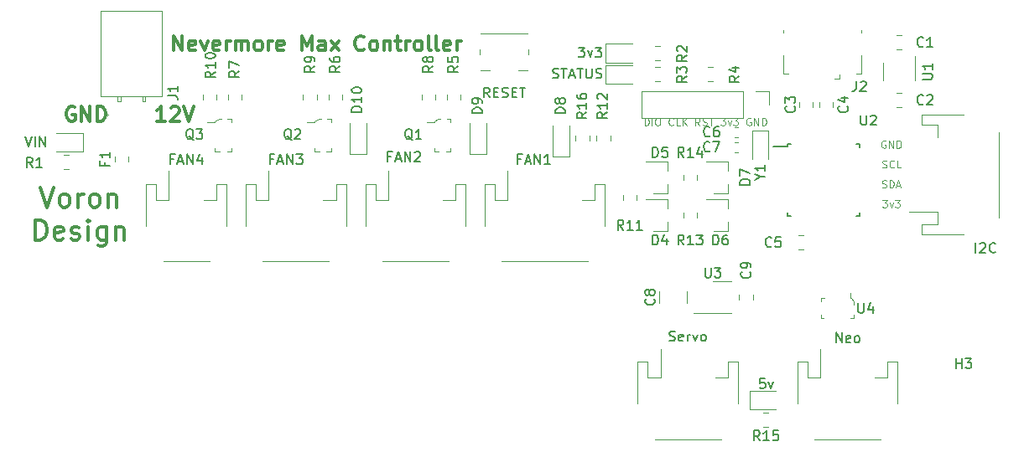
<source format=gbr>
G04 #@! TF.GenerationSoftware,KiCad,Pcbnew,(5.1.4)-1*
G04 #@! TF.CreationDate,2021-06-27T14:54:53-05:00*
G04 #@! TF.ProjectId,NevermoreController,4e657665-726d-46f7-9265-436f6e74726f,rev?*
G04 #@! TF.SameCoordinates,Original*
G04 #@! TF.FileFunction,Legend,Top*
G04 #@! TF.FilePolarity,Positive*
%FSLAX46Y46*%
G04 Gerber Fmt 4.6, Leading zero omitted, Abs format (unit mm)*
G04 Created by KiCad (PCBNEW (5.1.4)-1) date 2021-06-27 14:54:53*
%MOMM*%
%LPD*%
G04 APERTURE LIST*
%ADD10C,0.300000*%
%ADD11C,0.100000*%
%ADD12C,0.120000*%
%ADD13C,0.150000*%
G04 APERTURE END LIST*
D10*
X116282285Y-78112571D02*
X116282285Y-76612571D01*
X117139428Y-78112571D01*
X117139428Y-76612571D01*
X118425143Y-78041142D02*
X118282285Y-78112571D01*
X117996571Y-78112571D01*
X117853714Y-78041142D01*
X117782285Y-77898285D01*
X117782285Y-77326857D01*
X117853714Y-77184000D01*
X117996571Y-77112571D01*
X118282285Y-77112571D01*
X118425143Y-77184000D01*
X118496571Y-77326857D01*
X118496571Y-77469714D01*
X117782285Y-77612571D01*
X118996571Y-77112571D02*
X119353714Y-78112571D01*
X119710857Y-77112571D01*
X120853714Y-78041142D02*
X120710857Y-78112571D01*
X120425143Y-78112571D01*
X120282285Y-78041142D01*
X120210857Y-77898285D01*
X120210857Y-77326857D01*
X120282285Y-77184000D01*
X120425143Y-77112571D01*
X120710857Y-77112571D01*
X120853714Y-77184000D01*
X120925143Y-77326857D01*
X120925143Y-77469714D01*
X120210857Y-77612571D01*
X121568000Y-78112571D02*
X121568000Y-77112571D01*
X121568000Y-77398285D02*
X121639428Y-77255428D01*
X121710857Y-77184000D01*
X121853714Y-77112571D01*
X121996571Y-77112571D01*
X122496571Y-78112571D02*
X122496571Y-77112571D01*
X122496571Y-77255428D02*
X122568000Y-77184000D01*
X122710857Y-77112571D01*
X122925143Y-77112571D01*
X123068000Y-77184000D01*
X123139428Y-77326857D01*
X123139428Y-78112571D01*
X123139428Y-77326857D02*
X123210857Y-77184000D01*
X123353714Y-77112571D01*
X123568000Y-77112571D01*
X123710857Y-77184000D01*
X123782285Y-77326857D01*
X123782285Y-78112571D01*
X124710857Y-78112571D02*
X124568000Y-78041142D01*
X124496571Y-77969714D01*
X124425143Y-77826857D01*
X124425143Y-77398285D01*
X124496571Y-77255428D01*
X124568000Y-77184000D01*
X124710857Y-77112571D01*
X124925143Y-77112571D01*
X125068000Y-77184000D01*
X125139428Y-77255428D01*
X125210857Y-77398285D01*
X125210857Y-77826857D01*
X125139428Y-77969714D01*
X125068000Y-78041142D01*
X124925143Y-78112571D01*
X124710857Y-78112571D01*
X125853714Y-78112571D02*
X125853714Y-77112571D01*
X125853714Y-77398285D02*
X125925143Y-77255428D01*
X125996571Y-77184000D01*
X126139428Y-77112571D01*
X126282285Y-77112571D01*
X127353714Y-78041142D02*
X127210857Y-78112571D01*
X126925143Y-78112571D01*
X126782285Y-78041142D01*
X126710857Y-77898285D01*
X126710857Y-77326857D01*
X126782285Y-77184000D01*
X126925143Y-77112571D01*
X127210857Y-77112571D01*
X127353714Y-77184000D01*
X127425143Y-77326857D01*
X127425143Y-77469714D01*
X126710857Y-77612571D01*
X129210857Y-78112571D02*
X129210857Y-76612571D01*
X129710857Y-77684000D01*
X130210857Y-76612571D01*
X130210857Y-78112571D01*
X131568000Y-78112571D02*
X131568000Y-77326857D01*
X131496571Y-77184000D01*
X131353714Y-77112571D01*
X131068000Y-77112571D01*
X130925143Y-77184000D01*
X131568000Y-78041142D02*
X131425143Y-78112571D01*
X131068000Y-78112571D01*
X130925143Y-78041142D01*
X130853714Y-77898285D01*
X130853714Y-77755428D01*
X130925143Y-77612571D01*
X131068000Y-77541142D01*
X131425143Y-77541142D01*
X131568000Y-77469714D01*
X132139428Y-78112571D02*
X132925143Y-77112571D01*
X132139428Y-77112571D02*
X132925143Y-78112571D01*
X135496571Y-77969714D02*
X135425143Y-78041142D01*
X135210857Y-78112571D01*
X135068000Y-78112571D01*
X134853714Y-78041142D01*
X134710857Y-77898285D01*
X134639428Y-77755428D01*
X134568000Y-77469714D01*
X134568000Y-77255428D01*
X134639428Y-76969714D01*
X134710857Y-76826857D01*
X134853714Y-76684000D01*
X135068000Y-76612571D01*
X135210857Y-76612571D01*
X135425143Y-76684000D01*
X135496571Y-76755428D01*
X136353714Y-78112571D02*
X136210857Y-78041142D01*
X136139428Y-77969714D01*
X136068000Y-77826857D01*
X136068000Y-77398285D01*
X136139428Y-77255428D01*
X136210857Y-77184000D01*
X136353714Y-77112571D01*
X136568000Y-77112571D01*
X136710857Y-77184000D01*
X136782285Y-77255428D01*
X136853714Y-77398285D01*
X136853714Y-77826857D01*
X136782285Y-77969714D01*
X136710857Y-78041142D01*
X136568000Y-78112571D01*
X136353714Y-78112571D01*
X137496571Y-77112571D02*
X137496571Y-78112571D01*
X137496571Y-77255428D02*
X137568000Y-77184000D01*
X137710857Y-77112571D01*
X137925143Y-77112571D01*
X138068000Y-77184000D01*
X138139428Y-77326857D01*
X138139428Y-78112571D01*
X138639428Y-77112571D02*
X139210857Y-77112571D01*
X138853714Y-76612571D02*
X138853714Y-77898285D01*
X138925143Y-78041142D01*
X139068000Y-78112571D01*
X139210857Y-78112571D01*
X139710857Y-78112571D02*
X139710857Y-77112571D01*
X139710857Y-77398285D02*
X139782285Y-77255428D01*
X139853714Y-77184000D01*
X139996571Y-77112571D01*
X140139428Y-77112571D01*
X140853714Y-78112571D02*
X140710857Y-78041142D01*
X140639428Y-77969714D01*
X140568000Y-77826857D01*
X140568000Y-77398285D01*
X140639428Y-77255428D01*
X140710857Y-77184000D01*
X140853714Y-77112571D01*
X141068000Y-77112571D01*
X141210857Y-77184000D01*
X141282285Y-77255428D01*
X141353714Y-77398285D01*
X141353714Y-77826857D01*
X141282285Y-77969714D01*
X141210857Y-78041142D01*
X141068000Y-78112571D01*
X140853714Y-78112571D01*
X142210857Y-78112571D02*
X142068000Y-78041142D01*
X141996571Y-77898285D01*
X141996571Y-76612571D01*
X142996571Y-78112571D02*
X142853714Y-78041142D01*
X142782285Y-77898285D01*
X142782285Y-76612571D01*
X144139428Y-78041142D02*
X143996571Y-78112571D01*
X143710857Y-78112571D01*
X143568000Y-78041142D01*
X143496571Y-77898285D01*
X143496571Y-77326857D01*
X143568000Y-77184000D01*
X143710857Y-77112571D01*
X143996571Y-77112571D01*
X144139428Y-77184000D01*
X144210857Y-77326857D01*
X144210857Y-77469714D01*
X143496571Y-77612571D01*
X144853714Y-78112571D02*
X144853714Y-77112571D01*
X144853714Y-77398285D02*
X144925143Y-77255428D01*
X144996571Y-77184000D01*
X145139428Y-77112571D01*
X145282285Y-77112571D01*
X102800000Y-91954761D02*
X103466666Y-93954761D01*
X104133333Y-91954761D01*
X105085714Y-93954761D02*
X104895238Y-93859523D01*
X104800000Y-93764285D01*
X104704761Y-93573809D01*
X104704761Y-93002380D01*
X104800000Y-92811904D01*
X104895238Y-92716666D01*
X105085714Y-92621428D01*
X105371428Y-92621428D01*
X105561904Y-92716666D01*
X105657142Y-92811904D01*
X105752380Y-93002380D01*
X105752380Y-93573809D01*
X105657142Y-93764285D01*
X105561904Y-93859523D01*
X105371428Y-93954761D01*
X105085714Y-93954761D01*
X106609523Y-93954761D02*
X106609523Y-92621428D01*
X106609523Y-93002380D02*
X106704761Y-92811904D01*
X106800000Y-92716666D01*
X106990476Y-92621428D01*
X107180952Y-92621428D01*
X108133333Y-93954761D02*
X107942857Y-93859523D01*
X107847619Y-93764285D01*
X107752380Y-93573809D01*
X107752380Y-93002380D01*
X107847619Y-92811904D01*
X107942857Y-92716666D01*
X108133333Y-92621428D01*
X108419047Y-92621428D01*
X108609523Y-92716666D01*
X108704761Y-92811904D01*
X108800000Y-93002380D01*
X108800000Y-93573809D01*
X108704761Y-93764285D01*
X108609523Y-93859523D01*
X108419047Y-93954761D01*
X108133333Y-93954761D01*
X109657142Y-92621428D02*
X109657142Y-93954761D01*
X109657142Y-92811904D02*
X109752380Y-92716666D01*
X109942857Y-92621428D01*
X110228571Y-92621428D01*
X110419047Y-92716666D01*
X110514285Y-92907142D01*
X110514285Y-93954761D01*
X102323809Y-97254761D02*
X102323809Y-95254761D01*
X102800000Y-95254761D01*
X103085714Y-95350000D01*
X103276190Y-95540476D01*
X103371428Y-95730952D01*
X103466666Y-96111904D01*
X103466666Y-96397619D01*
X103371428Y-96778571D01*
X103276190Y-96969047D01*
X103085714Y-97159523D01*
X102800000Y-97254761D01*
X102323809Y-97254761D01*
X105085714Y-97159523D02*
X104895238Y-97254761D01*
X104514285Y-97254761D01*
X104323809Y-97159523D01*
X104228571Y-96969047D01*
X104228571Y-96207142D01*
X104323809Y-96016666D01*
X104514285Y-95921428D01*
X104895238Y-95921428D01*
X105085714Y-96016666D01*
X105180952Y-96207142D01*
X105180952Y-96397619D01*
X104228571Y-96588095D01*
X105942857Y-97159523D02*
X106133333Y-97254761D01*
X106514285Y-97254761D01*
X106704761Y-97159523D01*
X106800000Y-96969047D01*
X106800000Y-96873809D01*
X106704761Y-96683333D01*
X106514285Y-96588095D01*
X106228571Y-96588095D01*
X106038095Y-96492857D01*
X105942857Y-96302380D01*
X105942857Y-96207142D01*
X106038095Y-96016666D01*
X106228571Y-95921428D01*
X106514285Y-95921428D01*
X106704761Y-96016666D01*
X107657142Y-97254761D02*
X107657142Y-95921428D01*
X107657142Y-95254761D02*
X107561904Y-95350000D01*
X107657142Y-95445238D01*
X107752380Y-95350000D01*
X107657142Y-95254761D01*
X107657142Y-95445238D01*
X109466666Y-95921428D02*
X109466666Y-97540476D01*
X109371428Y-97730952D01*
X109276190Y-97826190D01*
X109085714Y-97921428D01*
X108800000Y-97921428D01*
X108609523Y-97826190D01*
X109466666Y-97159523D02*
X109276190Y-97254761D01*
X108895238Y-97254761D01*
X108704761Y-97159523D01*
X108609523Y-97064285D01*
X108514285Y-96873809D01*
X108514285Y-96302380D01*
X108609523Y-96111904D01*
X108704761Y-96016666D01*
X108895238Y-95921428D01*
X109276190Y-95921428D01*
X109466666Y-96016666D01*
X110419047Y-95921428D02*
X110419047Y-97254761D01*
X110419047Y-96111904D02*
X110514285Y-96016666D01*
X110704761Y-95921428D01*
X110990476Y-95921428D01*
X111180952Y-96016666D01*
X111276190Y-96207142D01*
X111276190Y-97254761D01*
D11*
X187807142Y-93219785D02*
X188271428Y-93219785D01*
X188021428Y-93505500D01*
X188128571Y-93505500D01*
X188200000Y-93541214D01*
X188235714Y-93576928D01*
X188271428Y-93648357D01*
X188271428Y-93826928D01*
X188235714Y-93898357D01*
X188200000Y-93934071D01*
X188128571Y-93969785D01*
X187914285Y-93969785D01*
X187842857Y-93934071D01*
X187807142Y-93898357D01*
X188521428Y-93469785D02*
X188700000Y-93969785D01*
X188878571Y-93469785D01*
X189092857Y-93219785D02*
X189557142Y-93219785D01*
X189307142Y-93505500D01*
X189414285Y-93505500D01*
X189485714Y-93541214D01*
X189521428Y-93576928D01*
X189557142Y-93648357D01*
X189557142Y-93826928D01*
X189521428Y-93898357D01*
X189485714Y-93934071D01*
X189414285Y-93969785D01*
X189200000Y-93969785D01*
X189128571Y-93934071D01*
X189092857Y-93898357D01*
X187789285Y-91934071D02*
X187896428Y-91969785D01*
X188075000Y-91969785D01*
X188146428Y-91934071D01*
X188182142Y-91898357D01*
X188217857Y-91826928D01*
X188217857Y-91755500D01*
X188182142Y-91684071D01*
X188146428Y-91648357D01*
X188075000Y-91612642D01*
X187932142Y-91576928D01*
X187860714Y-91541214D01*
X187825000Y-91505500D01*
X187789285Y-91434071D01*
X187789285Y-91362642D01*
X187825000Y-91291214D01*
X187860714Y-91255500D01*
X187932142Y-91219785D01*
X188110714Y-91219785D01*
X188217857Y-91255500D01*
X188539285Y-91969785D02*
X188539285Y-91219785D01*
X188717857Y-91219785D01*
X188825000Y-91255500D01*
X188896428Y-91326928D01*
X188932142Y-91398357D01*
X188967857Y-91541214D01*
X188967857Y-91648357D01*
X188932142Y-91791214D01*
X188896428Y-91862642D01*
X188825000Y-91934071D01*
X188717857Y-91969785D01*
X188539285Y-91969785D01*
X189253571Y-91755500D02*
X189610714Y-91755500D01*
X189182142Y-91969785D02*
X189432142Y-91219785D01*
X189682142Y-91969785D01*
X187807142Y-89934071D02*
X187914285Y-89969785D01*
X188092857Y-89969785D01*
X188164285Y-89934071D01*
X188200000Y-89898357D01*
X188235714Y-89826928D01*
X188235714Y-89755500D01*
X188200000Y-89684071D01*
X188164285Y-89648357D01*
X188092857Y-89612642D01*
X187950000Y-89576928D01*
X187878571Y-89541214D01*
X187842857Y-89505500D01*
X187807142Y-89434071D01*
X187807142Y-89362642D01*
X187842857Y-89291214D01*
X187878571Y-89255500D01*
X187950000Y-89219785D01*
X188128571Y-89219785D01*
X188235714Y-89255500D01*
X188985714Y-89898357D02*
X188950000Y-89934071D01*
X188842857Y-89969785D01*
X188771428Y-89969785D01*
X188664285Y-89934071D01*
X188592857Y-89862642D01*
X188557142Y-89791214D01*
X188521428Y-89648357D01*
X188521428Y-89541214D01*
X188557142Y-89398357D01*
X188592857Y-89326928D01*
X188664285Y-89255500D01*
X188771428Y-89219785D01*
X188842857Y-89219785D01*
X188950000Y-89255500D01*
X188985714Y-89291214D01*
X189664285Y-89969785D02*
X189307142Y-89969785D01*
X189307142Y-89219785D01*
X188128571Y-87255500D02*
X188057142Y-87219785D01*
X187950000Y-87219785D01*
X187842857Y-87255500D01*
X187771428Y-87326928D01*
X187735714Y-87398357D01*
X187700000Y-87541214D01*
X187700000Y-87648357D01*
X187735714Y-87791214D01*
X187771428Y-87862642D01*
X187842857Y-87934071D01*
X187950000Y-87969785D01*
X188021428Y-87969785D01*
X188128571Y-87934071D01*
X188164285Y-87898357D01*
X188164285Y-87648357D01*
X188021428Y-87648357D01*
X188485714Y-87969785D02*
X188485714Y-87219785D01*
X188914285Y-87969785D01*
X188914285Y-87219785D01*
X189271428Y-87969785D02*
X189271428Y-87219785D01*
X189450000Y-87219785D01*
X189557142Y-87255500D01*
X189628571Y-87326928D01*
X189664285Y-87398357D01*
X189700000Y-87541214D01*
X189700000Y-87648357D01*
X189664285Y-87791214D01*
X189628571Y-87862642D01*
X189557142Y-87934071D01*
X189450000Y-87969785D01*
X189271428Y-87969785D01*
X163801000Y-85683285D02*
X163801000Y-84933285D01*
X163979571Y-84933285D01*
X164086714Y-84969000D01*
X164158142Y-85040428D01*
X164193857Y-85111857D01*
X164229571Y-85254714D01*
X164229571Y-85361857D01*
X164193857Y-85504714D01*
X164158142Y-85576142D01*
X164086714Y-85647571D01*
X163979571Y-85683285D01*
X163801000Y-85683285D01*
X164551000Y-85683285D02*
X164551000Y-84933285D01*
X165051000Y-84933285D02*
X165193857Y-84933285D01*
X165265285Y-84969000D01*
X165336714Y-85040428D01*
X165372428Y-85183285D01*
X165372428Y-85433285D01*
X165336714Y-85576142D01*
X165265285Y-85647571D01*
X165193857Y-85683285D01*
X165051000Y-85683285D01*
X164979571Y-85647571D01*
X164908142Y-85576142D01*
X164872428Y-85433285D01*
X164872428Y-85183285D01*
X164908142Y-85040428D01*
X164979571Y-84969000D01*
X165051000Y-84933285D01*
X166693857Y-85611857D02*
X166658142Y-85647571D01*
X166551000Y-85683285D01*
X166479571Y-85683285D01*
X166372428Y-85647571D01*
X166301000Y-85576142D01*
X166265285Y-85504714D01*
X166229571Y-85361857D01*
X166229571Y-85254714D01*
X166265285Y-85111857D01*
X166301000Y-85040428D01*
X166372428Y-84969000D01*
X166479571Y-84933285D01*
X166551000Y-84933285D01*
X166658142Y-84969000D01*
X166693857Y-85004714D01*
X167372428Y-85683285D02*
X167015285Y-85683285D01*
X167015285Y-84933285D01*
X167622428Y-85683285D02*
X167622428Y-84933285D01*
X168051000Y-85683285D02*
X167729571Y-85254714D01*
X168051000Y-84933285D02*
X167622428Y-85361857D01*
X169372428Y-85683285D02*
X169122428Y-85326142D01*
X168943857Y-85683285D02*
X168943857Y-84933285D01*
X169229571Y-84933285D01*
X169301000Y-84969000D01*
X169336714Y-85004714D01*
X169372428Y-85076142D01*
X169372428Y-85183285D01*
X169336714Y-85254714D01*
X169301000Y-85290428D01*
X169229571Y-85326142D01*
X168943857Y-85326142D01*
X169658142Y-85647571D02*
X169765285Y-85683285D01*
X169943857Y-85683285D01*
X170015285Y-85647571D01*
X170051000Y-85611857D01*
X170086714Y-85540428D01*
X170086714Y-85469000D01*
X170051000Y-85397571D01*
X170015285Y-85361857D01*
X169943857Y-85326142D01*
X169801000Y-85290428D01*
X169729571Y-85254714D01*
X169693857Y-85219000D01*
X169658142Y-85147571D01*
X169658142Y-85076142D01*
X169693857Y-85004714D01*
X169729571Y-84969000D01*
X169801000Y-84933285D01*
X169979571Y-84933285D01*
X170086714Y-84969000D01*
X170301000Y-84933285D02*
X170729571Y-84933285D01*
X170515285Y-85683285D02*
X170515285Y-84933285D01*
X171479571Y-84933285D02*
X171943857Y-84933285D01*
X171693857Y-85219000D01*
X171801000Y-85219000D01*
X171872428Y-85254714D01*
X171908142Y-85290428D01*
X171943857Y-85361857D01*
X171943857Y-85540428D01*
X171908142Y-85611857D01*
X171872428Y-85647571D01*
X171801000Y-85683285D01*
X171586714Y-85683285D01*
X171515285Y-85647571D01*
X171479571Y-85611857D01*
X172193857Y-85183285D02*
X172372428Y-85683285D01*
X172551000Y-85183285D01*
X172765285Y-84933285D02*
X173229571Y-84933285D01*
X172979571Y-85219000D01*
X173086714Y-85219000D01*
X173158142Y-85254714D01*
X173193857Y-85290428D01*
X173229571Y-85361857D01*
X173229571Y-85540428D01*
X173193857Y-85611857D01*
X173158142Y-85647571D01*
X173086714Y-85683285D01*
X172872428Y-85683285D01*
X172801000Y-85647571D01*
X172765285Y-85611857D01*
X174515285Y-84969000D02*
X174443857Y-84933285D01*
X174336714Y-84933285D01*
X174229571Y-84969000D01*
X174158142Y-85040428D01*
X174122428Y-85111857D01*
X174086714Y-85254714D01*
X174086714Y-85361857D01*
X174122428Y-85504714D01*
X174158142Y-85576142D01*
X174229571Y-85647571D01*
X174336714Y-85683285D01*
X174408142Y-85683285D01*
X174515285Y-85647571D01*
X174551000Y-85611857D01*
X174551000Y-85361857D01*
X174408142Y-85361857D01*
X174872428Y-85683285D02*
X174872428Y-84933285D01*
X175301000Y-85683285D01*
X175301000Y-84933285D01*
X175658142Y-85683285D02*
X175658142Y-84933285D01*
X175836714Y-84933285D01*
X175943857Y-84969000D01*
X176015285Y-85040428D01*
X176051000Y-85111857D01*
X176086714Y-85254714D01*
X176086714Y-85361857D01*
X176051000Y-85504714D01*
X176015285Y-85576142D01*
X175943857Y-85647571D01*
X175836714Y-85683285D01*
X175658142Y-85683285D01*
D10*
X106260000Y-83832000D02*
X106117142Y-83760571D01*
X105902857Y-83760571D01*
X105688571Y-83832000D01*
X105545714Y-83974857D01*
X105474285Y-84117714D01*
X105402857Y-84403428D01*
X105402857Y-84617714D01*
X105474285Y-84903428D01*
X105545714Y-85046285D01*
X105688571Y-85189142D01*
X105902857Y-85260571D01*
X106045714Y-85260571D01*
X106260000Y-85189142D01*
X106331428Y-85117714D01*
X106331428Y-84617714D01*
X106045714Y-84617714D01*
X106974285Y-85260571D02*
X106974285Y-83760571D01*
X107831428Y-85260571D01*
X107831428Y-83760571D01*
X108545714Y-85260571D02*
X108545714Y-83760571D01*
X108902857Y-83760571D01*
X109117142Y-83832000D01*
X109260000Y-83974857D01*
X109331428Y-84117714D01*
X109402857Y-84403428D01*
X109402857Y-84617714D01*
X109331428Y-84903428D01*
X109260000Y-85046285D01*
X109117142Y-85189142D01*
X108902857Y-85260571D01*
X108545714Y-85260571D01*
X115402857Y-85260571D02*
X114545714Y-85260571D01*
X114974285Y-85260571D02*
X114974285Y-83760571D01*
X114831428Y-83974857D01*
X114688571Y-84117714D01*
X114545714Y-84189142D01*
X115974285Y-83903428D02*
X116045714Y-83832000D01*
X116188571Y-83760571D01*
X116545714Y-83760571D01*
X116688571Y-83832000D01*
X116760000Y-83903428D01*
X116831428Y-84046285D01*
X116831428Y-84189142D01*
X116760000Y-84403428D01*
X115902857Y-85260571D01*
X116831428Y-85260571D01*
X117260000Y-83760571D02*
X117760000Y-85260571D01*
X118260000Y-83760571D01*
D11*
X184911000Y-103465000D02*
X184911000Y-103840000D01*
X184586000Y-103140000D02*
X184586000Y-102615000D01*
X184686000Y-103140000D02*
X184586000Y-103140000D01*
X184911000Y-103465000D02*
X184686000Y-103140000D01*
X181611000Y-105140000D02*
X181611000Y-104815000D01*
X181911000Y-105140000D02*
X181611000Y-105140000D01*
X181611000Y-103140000D02*
X181611000Y-103440000D01*
X181936000Y-103140000D02*
X181611000Y-103140000D01*
X184911000Y-105140000D02*
X184911000Y-104840000D01*
X184586000Y-105140000D02*
X184911000Y-105140000D01*
D12*
X170686000Y-101460000D02*
X172586000Y-101460000D01*
X168786000Y-104680000D02*
X172586000Y-104680000D01*
X176323758Y-114738080D02*
X175806602Y-114738080D01*
X176323758Y-116158080D02*
X175806602Y-116158080D01*
X180937000Y-117413000D02*
X187617000Y-117413000D01*
X188317000Y-111193000D02*
X187037000Y-111193000D01*
X188317000Y-109593000D02*
X188317000Y-111193000D01*
X189337000Y-109593000D02*
X188317000Y-109593000D01*
X189337000Y-113843000D02*
X189337000Y-109593000D01*
X181517000Y-111193000D02*
X181517000Y-108303000D01*
X180237000Y-111193000D02*
X181517000Y-111193000D01*
X180237000Y-109593000D02*
X180237000Y-111193000D01*
X179217000Y-109593000D02*
X180237000Y-109593000D01*
X179217000Y-113843000D02*
X179217000Y-109593000D01*
X164831000Y-117410000D02*
X171511000Y-117410000D01*
X172211000Y-111190000D02*
X170931000Y-111190000D01*
X172211000Y-109590000D02*
X172211000Y-111190000D01*
X173231000Y-109590000D02*
X172211000Y-109590000D01*
X173231000Y-113840000D02*
X173231000Y-109590000D01*
X165411000Y-111190000D02*
X165411000Y-108300000D01*
X164131000Y-111190000D02*
X165411000Y-111190000D01*
X164131000Y-109590000D02*
X164131000Y-111190000D01*
X163111000Y-109590000D02*
X164131000Y-109590000D01*
X163111000Y-113840000D02*
X163111000Y-109590000D01*
X174400500Y-114434500D02*
X177085500Y-114434500D01*
X174400500Y-112514500D02*
X174400500Y-114434500D01*
X177085500Y-112514500D02*
X174400500Y-112514500D01*
X174781000Y-103328578D02*
X174781000Y-102811422D01*
X173361000Y-103328578D02*
X173361000Y-102811422D01*
X168031000Y-103672064D02*
X168031000Y-102467936D01*
X165311000Y-103672064D02*
X165311000Y-102467936D01*
X173238279Y-87374000D02*
X172912721Y-87374000D01*
X173238279Y-88394000D02*
X172912721Y-88394000D01*
X173238279Y-85850000D02*
X172912721Y-85850000D01*
X173238279Y-86870000D02*
X172912721Y-86870000D01*
X174714000Y-86234000D02*
X174714000Y-89084000D01*
X176314000Y-86234000D02*
X174714000Y-86234000D01*
X176314000Y-89084000D02*
X176314000Y-86234000D01*
X134000000Y-88577500D02*
X134000000Y-85427500D01*
X135700000Y-88577500D02*
X135700000Y-85427500D01*
X134000000Y-88577500D02*
X135700000Y-88577500D01*
X146150000Y-88567500D02*
X146150000Y-85417500D01*
X147850000Y-88567500D02*
X147850000Y-85417500D01*
X146150000Y-88567500D02*
X147850000Y-88567500D01*
X154550000Y-88847500D02*
X154550000Y-85697500D01*
X156250000Y-88847500D02*
X156250000Y-85697500D01*
X154550000Y-88847500D02*
X156250000Y-88847500D01*
X191119000Y-81139000D02*
X191119000Y-78689000D01*
X187899000Y-79339000D02*
X187899000Y-81139000D01*
X164841422Y-79110000D02*
X165358578Y-79110000D01*
X164841422Y-77690000D02*
X165358578Y-77690000D01*
X159859000Y-79360000D02*
X162544000Y-79360000D01*
X159859000Y-77440000D02*
X159859000Y-79360000D01*
X162544000Y-77440000D02*
X159859000Y-77440000D01*
X189767578Y-82390000D02*
X189250422Y-82390000D01*
X189767578Y-83810000D02*
X189250422Y-83810000D01*
X189250422Y-78010000D02*
X189767578Y-78010000D01*
X189250422Y-76590000D02*
X189767578Y-76590000D01*
X170692578Y-79808000D02*
X170175422Y-79808000D01*
X170692578Y-81228000D02*
X170175422Y-81228000D01*
X180796000Y-83824578D02*
X180796000Y-83307422D01*
X179376000Y-83824578D02*
X179376000Y-83307422D01*
X164841422Y-81228000D02*
X165358578Y-81228000D01*
X164841422Y-79808000D02*
X165358578Y-79808000D01*
X105171422Y-90118000D02*
X105688578Y-90118000D01*
X105171422Y-88698000D02*
X105688578Y-88698000D01*
X159859000Y-81478000D02*
X162544000Y-81478000D01*
X159859000Y-79558000D02*
X159859000Y-81478000D01*
X162544000Y-79558000D02*
X159859000Y-79558000D01*
X107095000Y-86416000D02*
X104410000Y-86416000D01*
X107095000Y-88336000D02*
X107095000Y-86416000D01*
X104410000Y-88336000D02*
X107095000Y-88336000D01*
X199582000Y-95018000D02*
X199582000Y-86338000D01*
X193362000Y-85638000D02*
X193362000Y-86918000D01*
X191762000Y-85638000D02*
X193362000Y-85638000D01*
X191762000Y-84618000D02*
X191762000Y-85638000D01*
X196012000Y-84618000D02*
X191762000Y-84618000D01*
X193362000Y-94438000D02*
X190472000Y-94438000D01*
X193362000Y-95718000D02*
X193362000Y-94438000D01*
X191762000Y-95718000D02*
X193362000Y-95718000D01*
X191762000Y-96738000D02*
X191762000Y-95718000D01*
X196012000Y-96738000D02*
X191762000Y-96738000D01*
X169112000Y-94483422D02*
X169112000Y-95000578D01*
X167692000Y-94483422D02*
X167692000Y-95000578D01*
X179319422Y-98246000D02*
X179836578Y-98246000D01*
X179319422Y-96826000D02*
X179836578Y-96826000D01*
X166114000Y-92512000D02*
X164654000Y-92512000D01*
X166114000Y-89352000D02*
X163954000Y-89352000D01*
X166114000Y-89352000D02*
X166114000Y-90282000D01*
X166114000Y-92512000D02*
X166114000Y-91582000D01*
X172210000Y-92512000D02*
X170750000Y-92512000D01*
X172210000Y-89352000D02*
X170050000Y-89352000D01*
X172210000Y-89352000D02*
X172210000Y-90282000D01*
X172210000Y-92512000D02*
X172210000Y-91582000D01*
X166114000Y-96322000D02*
X166114000Y-95392000D01*
X166114000Y-93162000D02*
X166114000Y-94092000D01*
X166114000Y-93162000D02*
X163954000Y-93162000D01*
X166114000Y-96322000D02*
X164654000Y-96322000D01*
X172210000Y-96322000D02*
X172210000Y-95392000D01*
X172210000Y-93162000D02*
X172210000Y-94092000D01*
X172210000Y-93162000D02*
X170050000Y-93162000D01*
X172210000Y-96322000D02*
X170750000Y-96322000D01*
X167692000Y-90673422D02*
X167692000Y-91190578D01*
X169112000Y-90673422D02*
X169112000Y-91190578D01*
X163016000Y-92741422D02*
X163016000Y-93258578D01*
X161596000Y-92741422D02*
X161596000Y-93258578D01*
X129290000Y-82545422D02*
X129290000Y-83062578D01*
X130710000Y-82545422D02*
X130710000Y-83062578D01*
X133298000Y-83062578D02*
X133298000Y-82545422D01*
X131878000Y-83062578D02*
X131878000Y-82545422D01*
X141276000Y-82545422D02*
X141276000Y-83062578D01*
X142696000Y-82545422D02*
X142696000Y-83062578D01*
X145236000Y-83062578D02*
X145236000Y-82545422D01*
X143816000Y-83062578D02*
X143816000Y-82545422D01*
X160349000Y-87206078D02*
X160349000Y-86688922D01*
X158929000Y-87206078D02*
X158929000Y-86688922D01*
X119178000Y-82545422D02*
X119178000Y-83062578D01*
X120598000Y-82545422D02*
X120598000Y-83062578D01*
X123138000Y-83062578D02*
X123138000Y-82545422D01*
X121718000Y-83062578D02*
X121718000Y-82545422D01*
X156844750Y-86688922D02*
X156844750Y-87206078D01*
X158264750Y-86688922D02*
X158264750Y-87206078D01*
D11*
X122085500Y-85027500D02*
X122085500Y-85327500D01*
X121710500Y-85027500D02*
X122085500Y-85027500D01*
X122085500Y-88327500D02*
X121635500Y-88327500D01*
X122085500Y-88027500D02*
X122085500Y-88327500D01*
X122085500Y-88102500D02*
X122085500Y-87977500D01*
X120435500Y-88327500D02*
X120435500Y-87977500D01*
X120910500Y-88327500D02*
X120435500Y-88327500D01*
X120435500Y-85352500D02*
X119660500Y-85352500D01*
X120435500Y-85302500D02*
X120435500Y-85352500D01*
X120810500Y-85027500D02*
X120435500Y-85302500D01*
X121085500Y-85027500D02*
X120810500Y-85027500D01*
X132155700Y-85027500D02*
X132155700Y-85327500D01*
X131780700Y-85027500D02*
X132155700Y-85027500D01*
X132155700Y-88327500D02*
X131705700Y-88327500D01*
X132155700Y-88027500D02*
X132155700Y-88327500D01*
X132155700Y-88102500D02*
X132155700Y-87977500D01*
X130505700Y-88327500D02*
X130505700Y-87977500D01*
X130980700Y-88327500D02*
X130505700Y-88327500D01*
X130505700Y-85352500D02*
X129730700Y-85352500D01*
X130505700Y-85302500D02*
X130505700Y-85352500D01*
X130880700Y-85027500D02*
X130505700Y-85302500D01*
X131155700Y-85027500D02*
X130880700Y-85027500D01*
X144210700Y-85017500D02*
X144210700Y-85317500D01*
X143835700Y-85017500D02*
X144210700Y-85017500D01*
X144210700Y-88317500D02*
X143760700Y-88317500D01*
X144210700Y-88017500D02*
X144210700Y-88317500D01*
X144210700Y-88092500D02*
X144210700Y-87967500D01*
X142560700Y-88317500D02*
X142560700Y-87967500D01*
X143035700Y-88317500D02*
X142560700Y-88317500D01*
X142560700Y-85342500D02*
X141785700Y-85342500D01*
X142560700Y-85292500D02*
X142560700Y-85342500D01*
X142935700Y-85017500D02*
X142560700Y-85292500D01*
X143210700Y-85017500D02*
X142935700Y-85017500D01*
D12*
X182828000Y-83824578D02*
X182828000Y-83307422D01*
X181408000Y-83824578D02*
X181408000Y-83307422D01*
X115198500Y-99410000D02*
X119878500Y-99410000D01*
X120578500Y-93190000D02*
X119298500Y-93190000D01*
X120578500Y-91590000D02*
X120578500Y-93190000D01*
X121598500Y-91590000D02*
X120578500Y-91590000D01*
X121598500Y-95840000D02*
X121598500Y-91590000D01*
X115778500Y-93190000D02*
X115778500Y-90300000D01*
X114498500Y-93190000D02*
X115778500Y-93190000D01*
X114498500Y-91590000D02*
X114498500Y-93190000D01*
X113478500Y-91590000D02*
X114498500Y-91590000D01*
X113478500Y-95840000D02*
X113478500Y-91590000D01*
D13*
X178239000Y-87786000D02*
X176814000Y-87786000D01*
X185489000Y-87561000D02*
X185164000Y-87561000D01*
X185489000Y-94811000D02*
X185164000Y-94811000D01*
X178239000Y-94811000D02*
X178564000Y-94811000D01*
X178239000Y-87561000D02*
X178564000Y-87561000D01*
X178239000Y-94811000D02*
X178239000Y-94486000D01*
X185489000Y-94811000D02*
X185489000Y-94486000D01*
X185489000Y-87561000D02*
X185489000Y-87886000D01*
X178239000Y-87561000D02*
X178239000Y-87786000D01*
D12*
X176336000Y-82236000D02*
X176336000Y-83566000D01*
X175006000Y-82236000D02*
X176336000Y-82236000D01*
X173736000Y-82236000D02*
X173736000Y-84896000D01*
X173736000Y-84896000D02*
X163516000Y-84896000D01*
X173736000Y-82236000D02*
X163516000Y-82236000D01*
X163516000Y-82236000D02*
X163516000Y-84896000D01*
X151025000Y-80082000D02*
X151950000Y-80082000D01*
X147150000Y-77957000D02*
X147150000Y-78507000D01*
X152050000Y-77957000D02*
X152050000Y-78507000D01*
X147250000Y-76382000D02*
X151950000Y-76382000D01*
X147250000Y-80082000D02*
X148175000Y-80082000D01*
X149384600Y-99410000D02*
X158064600Y-99410000D01*
X158764600Y-93190000D02*
X157484600Y-93190000D01*
X158764600Y-91590000D02*
X158764600Y-93190000D01*
X159784600Y-91590000D02*
X158764600Y-91590000D01*
X159784600Y-95840000D02*
X159784600Y-91590000D01*
X149964600Y-93190000D02*
X149964600Y-90300000D01*
X148684600Y-93190000D02*
X149964600Y-93190000D01*
X148684600Y-91590000D02*
X148684600Y-93190000D01*
X147664600Y-91590000D02*
X148684600Y-91590000D01*
X147664600Y-95840000D02*
X147664600Y-91590000D01*
X125260533Y-99410000D02*
X131940533Y-99410000D01*
X132640533Y-93190000D02*
X131360533Y-93190000D01*
X132640533Y-91590000D02*
X132640533Y-93190000D01*
X133660533Y-91590000D02*
X132640533Y-91590000D01*
X133660533Y-95840000D02*
X133660533Y-91590000D01*
X125840533Y-93190000D02*
X125840533Y-90300000D01*
X124560533Y-93190000D02*
X125840533Y-93190000D01*
X124560533Y-91590000D02*
X124560533Y-93190000D01*
X123540533Y-91590000D02*
X124560533Y-91590000D01*
X123540533Y-95840000D02*
X123540533Y-91590000D01*
X137322566Y-99410000D02*
X144002566Y-99410000D01*
X144702566Y-93190000D02*
X143422566Y-93190000D01*
X144702566Y-91590000D02*
X144702566Y-93190000D01*
X145722566Y-91590000D02*
X144702566Y-91590000D01*
X145722566Y-95840000D02*
X145722566Y-91590000D01*
X137902566Y-93190000D02*
X137902566Y-90300000D01*
X136622566Y-93190000D02*
X137902566Y-93190000D01*
X136622566Y-91590000D02*
X136622566Y-93190000D01*
X135602566Y-91590000D02*
X136622566Y-91590000D01*
X135602566Y-95840000D02*
X135602566Y-91590000D01*
X111708000Y-89342752D02*
X111708000Y-88820248D01*
X110288000Y-89342752D02*
X110288000Y-88820248D01*
X183442000Y-80971500D02*
X183442000Y-80521500D01*
X183442000Y-80971500D02*
X182992000Y-80971500D01*
X177842000Y-80421500D02*
X178292000Y-80421500D01*
X177842000Y-78571500D02*
X177842000Y-80421500D01*
X185642000Y-76021500D02*
X185642000Y-76271500D01*
X177842000Y-76021500D02*
X177842000Y-76271500D01*
X185642000Y-78571500D02*
X185642000Y-80421500D01*
X185642000Y-80421500D02*
X185192000Y-80421500D01*
X109209736Y-84880000D02*
X109634000Y-84580000D01*
X109209736Y-84280000D02*
X109209736Y-84880000D01*
X109634000Y-84580000D02*
X109209736Y-84280000D01*
X113394000Y-83220000D02*
X113394000Y-82770000D01*
X113094000Y-83220000D02*
X113394000Y-83220000D01*
X113094000Y-82770000D02*
X113094000Y-83220000D01*
X113394000Y-82770000D02*
X113094000Y-82770000D01*
X110894000Y-83220000D02*
X110894000Y-82770000D01*
X110594000Y-83220000D02*
X110894000Y-83220000D01*
X110594000Y-82770000D02*
X110594000Y-83220000D01*
X110894000Y-82770000D02*
X110594000Y-82770000D01*
X108914000Y-74090000D02*
X108914000Y-82770000D01*
X115074000Y-74090000D02*
X108914000Y-74090000D01*
X115074000Y-82770000D02*
X115074000Y-74090000D01*
X108914000Y-82770000D02*
X115074000Y-82770000D01*
D13*
X195238095Y-110252380D02*
X195238095Y-109252380D01*
X195238095Y-109728571D02*
X195809523Y-109728571D01*
X195809523Y-110252380D02*
X195809523Y-109252380D01*
X196190476Y-109252380D02*
X196809523Y-109252380D01*
X196476190Y-109633333D01*
X196619047Y-109633333D01*
X196714285Y-109680952D01*
X196761904Y-109728571D01*
X196809523Y-109823809D01*
X196809523Y-110061904D01*
X196761904Y-110157142D01*
X196714285Y-110204761D01*
X196619047Y-110252380D01*
X196333333Y-110252380D01*
X196238095Y-110204761D01*
X196190476Y-110157142D01*
X185369295Y-103643180D02*
X185369295Y-104452704D01*
X185416914Y-104547942D01*
X185464533Y-104595561D01*
X185559771Y-104643180D01*
X185750247Y-104643180D01*
X185845485Y-104595561D01*
X185893104Y-104547942D01*
X185940723Y-104452704D01*
X185940723Y-103643180D01*
X186845485Y-103976514D02*
X186845485Y-104643180D01*
X186607390Y-103595561D02*
X186369295Y-104309847D01*
X186988342Y-104309847D01*
X169924095Y-100072380D02*
X169924095Y-100881904D01*
X169971714Y-100977142D01*
X170019333Y-101024761D01*
X170114571Y-101072380D01*
X170305047Y-101072380D01*
X170400285Y-101024761D01*
X170447904Y-100977142D01*
X170495523Y-100881904D01*
X170495523Y-100072380D01*
X170876476Y-100072380D02*
X171495523Y-100072380D01*
X171162190Y-100453333D01*
X171305047Y-100453333D01*
X171400285Y-100500952D01*
X171447904Y-100548571D01*
X171495523Y-100643809D01*
X171495523Y-100881904D01*
X171447904Y-100977142D01*
X171400285Y-101024761D01*
X171305047Y-101072380D01*
X171019333Y-101072380D01*
X170924095Y-101024761D01*
X170876476Y-100977142D01*
X175422322Y-117550460D02*
X175088989Y-117074270D01*
X174850894Y-117550460D02*
X174850894Y-116550460D01*
X175231846Y-116550460D01*
X175327084Y-116598080D01*
X175374703Y-116645699D01*
X175422322Y-116740937D01*
X175422322Y-116883794D01*
X175374703Y-116979032D01*
X175327084Y-117026651D01*
X175231846Y-117074270D01*
X174850894Y-117074270D01*
X176374703Y-117550460D02*
X175803275Y-117550460D01*
X176088989Y-117550460D02*
X176088989Y-116550460D01*
X175993751Y-116693318D01*
X175898513Y-116788556D01*
X175803275Y-116836175D01*
X177279465Y-116550460D02*
X176803275Y-116550460D01*
X176755656Y-117026651D01*
X176803275Y-116979032D01*
X176898513Y-116931413D01*
X177136608Y-116931413D01*
X177231846Y-116979032D01*
X177279465Y-117026651D01*
X177327084Y-117121889D01*
X177327084Y-117359984D01*
X177279465Y-117455222D01*
X177231846Y-117502841D01*
X177136608Y-117550460D01*
X176898513Y-117550460D01*
X176803275Y-117502841D01*
X176755656Y-117455222D01*
X183135733Y-107640380D02*
X183135733Y-106640380D01*
X183707161Y-107640380D01*
X183707161Y-106640380D01*
X184564304Y-107592761D02*
X184469066Y-107640380D01*
X184278590Y-107640380D01*
X184183352Y-107592761D01*
X184135733Y-107497523D01*
X184135733Y-107116571D01*
X184183352Y-107021333D01*
X184278590Y-106973714D01*
X184469066Y-106973714D01*
X184564304Y-107021333D01*
X184611923Y-107116571D01*
X184611923Y-107211809D01*
X184135733Y-107307047D01*
X185183352Y-107640380D02*
X185088114Y-107592761D01*
X185040495Y-107545142D01*
X184992876Y-107449904D01*
X184992876Y-107164190D01*
X185040495Y-107068952D01*
X185088114Y-107021333D01*
X185183352Y-106973714D01*
X185326209Y-106973714D01*
X185421447Y-107021333D01*
X185469066Y-107068952D01*
X185516685Y-107164190D01*
X185516685Y-107449904D01*
X185469066Y-107545142D01*
X185421447Y-107592761D01*
X185326209Y-107640380D01*
X185183352Y-107640380D01*
X166290857Y-107440361D02*
X166433714Y-107487980D01*
X166671809Y-107487980D01*
X166767047Y-107440361D01*
X166814666Y-107392742D01*
X166862285Y-107297504D01*
X166862285Y-107202266D01*
X166814666Y-107107028D01*
X166767047Y-107059409D01*
X166671809Y-107011790D01*
X166481333Y-106964171D01*
X166386095Y-106916552D01*
X166338476Y-106868933D01*
X166290857Y-106773695D01*
X166290857Y-106678457D01*
X166338476Y-106583219D01*
X166386095Y-106535600D01*
X166481333Y-106487980D01*
X166719428Y-106487980D01*
X166862285Y-106535600D01*
X167671809Y-107440361D02*
X167576571Y-107487980D01*
X167386095Y-107487980D01*
X167290857Y-107440361D01*
X167243238Y-107345123D01*
X167243238Y-106964171D01*
X167290857Y-106868933D01*
X167386095Y-106821314D01*
X167576571Y-106821314D01*
X167671809Y-106868933D01*
X167719428Y-106964171D01*
X167719428Y-107059409D01*
X167243238Y-107154647D01*
X168148000Y-107487980D02*
X168148000Y-106821314D01*
X168148000Y-107011790D02*
X168195619Y-106916552D01*
X168243238Y-106868933D01*
X168338476Y-106821314D01*
X168433714Y-106821314D01*
X168671809Y-106821314D02*
X168909904Y-107487980D01*
X169148000Y-106821314D01*
X169671809Y-107487980D02*
X169576571Y-107440361D01*
X169528952Y-107392742D01*
X169481333Y-107297504D01*
X169481333Y-107011790D01*
X169528952Y-106916552D01*
X169576571Y-106868933D01*
X169671809Y-106821314D01*
X169814666Y-106821314D01*
X169909904Y-106868933D01*
X169957523Y-106916552D01*
X170005142Y-107011790D01*
X170005142Y-107297504D01*
X169957523Y-107392742D01*
X169909904Y-107440361D01*
X169814666Y-107487980D01*
X169671809Y-107487980D01*
X175942642Y-111275880D02*
X175466452Y-111275880D01*
X175418833Y-111752071D01*
X175466452Y-111704452D01*
X175561690Y-111656833D01*
X175799785Y-111656833D01*
X175895023Y-111704452D01*
X175942642Y-111752071D01*
X175990261Y-111847309D01*
X175990261Y-112085404D01*
X175942642Y-112180642D01*
X175895023Y-112228261D01*
X175799785Y-112275880D01*
X175561690Y-112275880D01*
X175466452Y-112228261D01*
X175418833Y-112180642D01*
X176323595Y-111609214D02*
X176561690Y-112275880D01*
X176799785Y-111609214D01*
X174428142Y-100499166D02*
X174475761Y-100546785D01*
X174523380Y-100689642D01*
X174523380Y-100784880D01*
X174475761Y-100927738D01*
X174380523Y-101022976D01*
X174285285Y-101070595D01*
X174094809Y-101118214D01*
X173951952Y-101118214D01*
X173761476Y-101070595D01*
X173666238Y-101022976D01*
X173571000Y-100927738D01*
X173523380Y-100784880D01*
X173523380Y-100689642D01*
X173571000Y-100546785D01*
X173618619Y-100499166D01*
X174523380Y-100022976D02*
X174523380Y-99832500D01*
X174475761Y-99737261D01*
X174428142Y-99689642D01*
X174285285Y-99594404D01*
X174094809Y-99546785D01*
X173713857Y-99546785D01*
X173618619Y-99594404D01*
X173571000Y-99642023D01*
X173523380Y-99737261D01*
X173523380Y-99927738D01*
X173571000Y-100022976D01*
X173618619Y-100070595D01*
X173713857Y-100118214D01*
X173951952Y-100118214D01*
X174047190Y-100070595D01*
X174094809Y-100022976D01*
X174142428Y-99927738D01*
X174142428Y-99737261D01*
X174094809Y-99642023D01*
X174047190Y-99594404D01*
X173951952Y-99546785D01*
X164748142Y-103236666D02*
X164795761Y-103284285D01*
X164843380Y-103427142D01*
X164843380Y-103522380D01*
X164795761Y-103665238D01*
X164700523Y-103760476D01*
X164605285Y-103808095D01*
X164414809Y-103855714D01*
X164271952Y-103855714D01*
X164081476Y-103808095D01*
X163986238Y-103760476D01*
X163891000Y-103665238D01*
X163843380Y-103522380D01*
X163843380Y-103427142D01*
X163891000Y-103284285D01*
X163938619Y-103236666D01*
X164271952Y-102665238D02*
X164224333Y-102760476D01*
X164176714Y-102808095D01*
X164081476Y-102855714D01*
X164033857Y-102855714D01*
X163938619Y-102808095D01*
X163891000Y-102760476D01*
X163843380Y-102665238D01*
X163843380Y-102474761D01*
X163891000Y-102379523D01*
X163938619Y-102331904D01*
X164033857Y-102284285D01*
X164081476Y-102284285D01*
X164176714Y-102331904D01*
X164224333Y-102379523D01*
X164271952Y-102474761D01*
X164271952Y-102665238D01*
X164319571Y-102760476D01*
X164367190Y-102808095D01*
X164462428Y-102855714D01*
X164652904Y-102855714D01*
X164748142Y-102808095D01*
X164795761Y-102760476D01*
X164843380Y-102665238D01*
X164843380Y-102474761D01*
X164795761Y-102379523D01*
X164748142Y-102331904D01*
X164652904Y-102284285D01*
X164462428Y-102284285D01*
X164367190Y-102331904D01*
X164319571Y-102379523D01*
X164271952Y-102474761D01*
X170394333Y-88241142D02*
X170346714Y-88288761D01*
X170203857Y-88336380D01*
X170108619Y-88336380D01*
X169965761Y-88288761D01*
X169870523Y-88193523D01*
X169822904Y-88098285D01*
X169775285Y-87907809D01*
X169775285Y-87764952D01*
X169822904Y-87574476D01*
X169870523Y-87479238D01*
X169965761Y-87384000D01*
X170108619Y-87336380D01*
X170203857Y-87336380D01*
X170346714Y-87384000D01*
X170394333Y-87431619D01*
X170727666Y-87336380D02*
X171394333Y-87336380D01*
X170965761Y-88336380D01*
X170394333Y-86717142D02*
X170346714Y-86764761D01*
X170203857Y-86812380D01*
X170108619Y-86812380D01*
X169965761Y-86764761D01*
X169870523Y-86669523D01*
X169822904Y-86574285D01*
X169775285Y-86383809D01*
X169775285Y-86240952D01*
X169822904Y-86050476D01*
X169870523Y-85955238D01*
X169965761Y-85860000D01*
X170108619Y-85812380D01*
X170203857Y-85812380D01*
X170346714Y-85860000D01*
X170394333Y-85907619D01*
X171251476Y-85812380D02*
X171061000Y-85812380D01*
X170965761Y-85860000D01*
X170918142Y-85907619D01*
X170822904Y-86050476D01*
X170775285Y-86240952D01*
X170775285Y-86621904D01*
X170822904Y-86717142D01*
X170870523Y-86764761D01*
X170965761Y-86812380D01*
X171156238Y-86812380D01*
X171251476Y-86764761D01*
X171299095Y-86717142D01*
X171346714Y-86621904D01*
X171346714Y-86383809D01*
X171299095Y-86288571D01*
X171251476Y-86240952D01*
X171156238Y-86193333D01*
X170965761Y-86193333D01*
X170870523Y-86240952D01*
X170822904Y-86288571D01*
X170775285Y-86383809D01*
X175490190Y-90900190D02*
X175966380Y-90900190D01*
X174966380Y-91233523D02*
X175490190Y-90900190D01*
X174966380Y-90566857D01*
X175966380Y-89709714D02*
X175966380Y-90281142D01*
X175966380Y-89995428D02*
X174966380Y-89995428D01*
X175109238Y-90090666D01*
X175204476Y-90185904D01*
X175252095Y-90281142D01*
X135234880Y-84314285D02*
X134234880Y-84314285D01*
X134234880Y-84076190D01*
X134282500Y-83933333D01*
X134377738Y-83838095D01*
X134472976Y-83790476D01*
X134663452Y-83742857D01*
X134806309Y-83742857D01*
X134996785Y-83790476D01*
X135092023Y-83838095D01*
X135187261Y-83933333D01*
X135234880Y-84076190D01*
X135234880Y-84314285D01*
X135234880Y-82790476D02*
X135234880Y-83361904D01*
X135234880Y-83076190D02*
X134234880Y-83076190D01*
X134377738Y-83171428D01*
X134472976Y-83266666D01*
X134520595Y-83361904D01*
X134234880Y-82171428D02*
X134234880Y-82076190D01*
X134282500Y-81980952D01*
X134330119Y-81933333D01*
X134425357Y-81885714D01*
X134615833Y-81838095D01*
X134853928Y-81838095D01*
X135044404Y-81885714D01*
X135139642Y-81933333D01*
X135187261Y-81980952D01*
X135234880Y-82076190D01*
X135234880Y-82171428D01*
X135187261Y-82266666D01*
X135139642Y-82314285D01*
X135044404Y-82361904D01*
X134853928Y-82409523D01*
X134615833Y-82409523D01*
X134425357Y-82361904D01*
X134330119Y-82314285D01*
X134282500Y-82266666D01*
X134234880Y-82171428D01*
X147384880Y-84438096D02*
X146384880Y-84438096D01*
X146384880Y-84200001D01*
X146432500Y-84057143D01*
X146527738Y-83961905D01*
X146622976Y-83914286D01*
X146813452Y-83866667D01*
X146956309Y-83866667D01*
X147146785Y-83914286D01*
X147242023Y-83961905D01*
X147337261Y-84057143D01*
X147384880Y-84200001D01*
X147384880Y-84438096D01*
X147384880Y-83390477D02*
X147384880Y-83200001D01*
X147337261Y-83104762D01*
X147289642Y-83057143D01*
X147146785Y-82961905D01*
X146956309Y-82914286D01*
X146575357Y-82914286D01*
X146480119Y-82961905D01*
X146432500Y-83009524D01*
X146384880Y-83104762D01*
X146384880Y-83295239D01*
X146432500Y-83390477D01*
X146480119Y-83438096D01*
X146575357Y-83485715D01*
X146813452Y-83485715D01*
X146908690Y-83438096D01*
X146956309Y-83390477D01*
X147003928Y-83295239D01*
X147003928Y-83104762D01*
X146956309Y-83009524D01*
X146908690Y-82961905D01*
X146813452Y-82914286D01*
X155784880Y-84438096D02*
X154784880Y-84438096D01*
X154784880Y-84200001D01*
X154832500Y-84057143D01*
X154927738Y-83961905D01*
X155022976Y-83914286D01*
X155213452Y-83866667D01*
X155356309Y-83866667D01*
X155546785Y-83914286D01*
X155642023Y-83961905D01*
X155737261Y-84057143D01*
X155784880Y-84200001D01*
X155784880Y-84438096D01*
X155213452Y-83295239D02*
X155165833Y-83390477D01*
X155118214Y-83438096D01*
X155022976Y-83485715D01*
X154975357Y-83485715D01*
X154880119Y-83438096D01*
X154832500Y-83390477D01*
X154784880Y-83295239D01*
X154784880Y-83104762D01*
X154832500Y-83009524D01*
X154880119Y-82961905D01*
X154975357Y-82914286D01*
X155022976Y-82914286D01*
X155118214Y-82961905D01*
X155165833Y-83009524D01*
X155213452Y-83104762D01*
X155213452Y-83295239D01*
X155261071Y-83390477D01*
X155308690Y-83438096D01*
X155403928Y-83485715D01*
X155594404Y-83485715D01*
X155689642Y-83438096D01*
X155737261Y-83390477D01*
X155784880Y-83295239D01*
X155784880Y-83104762D01*
X155737261Y-83009524D01*
X155689642Y-82961905D01*
X155594404Y-82914286D01*
X155403928Y-82914286D01*
X155308690Y-82961905D01*
X155261071Y-83009524D01*
X155213452Y-83104762D01*
X191861380Y-81000904D02*
X192670904Y-81000904D01*
X192766142Y-80953285D01*
X192813761Y-80905666D01*
X192861380Y-80810428D01*
X192861380Y-80619952D01*
X192813761Y-80524714D01*
X192766142Y-80477095D01*
X192670904Y-80429476D01*
X191861380Y-80429476D01*
X192861380Y-79429476D02*
X192861380Y-80000904D01*
X192861380Y-79715190D02*
X191861380Y-79715190D01*
X192004238Y-79810428D01*
X192099476Y-79905666D01*
X192147095Y-80000904D01*
X168052380Y-78566667D02*
X167576190Y-78900001D01*
X168052380Y-79138096D02*
X167052380Y-79138096D01*
X167052380Y-78757143D01*
X167100000Y-78661905D01*
X167147619Y-78614286D01*
X167242857Y-78566667D01*
X167385714Y-78566667D01*
X167480952Y-78614286D01*
X167528571Y-78661905D01*
X167576190Y-78757143D01*
X167576190Y-79138096D01*
X167147619Y-78185715D02*
X167100000Y-78138096D01*
X167052380Y-78042858D01*
X167052380Y-77804762D01*
X167100000Y-77709524D01*
X167147619Y-77661905D01*
X167242857Y-77614286D01*
X167338095Y-77614286D01*
X167480952Y-77661905D01*
X168052380Y-78233334D01*
X168052380Y-77614286D01*
X157109523Y-77784880D02*
X157728571Y-77784880D01*
X157395238Y-78165833D01*
X157538095Y-78165833D01*
X157633333Y-78213452D01*
X157680952Y-78261071D01*
X157728571Y-78356309D01*
X157728571Y-78594404D01*
X157680952Y-78689642D01*
X157633333Y-78737261D01*
X157538095Y-78784880D01*
X157252380Y-78784880D01*
X157157142Y-78737261D01*
X157109523Y-78689642D01*
X158061904Y-78118214D02*
X158300000Y-78784880D01*
X158538095Y-78118214D01*
X158823809Y-77784880D02*
X159442857Y-77784880D01*
X159109523Y-78165833D01*
X159252380Y-78165833D01*
X159347619Y-78213452D01*
X159395238Y-78261071D01*
X159442857Y-78356309D01*
X159442857Y-78594404D01*
X159395238Y-78689642D01*
X159347619Y-78737261D01*
X159252380Y-78784880D01*
X158966666Y-78784880D01*
X158871428Y-78737261D01*
X158823809Y-78689642D01*
X191933333Y-83499142D02*
X191885714Y-83546761D01*
X191742857Y-83594380D01*
X191647619Y-83594380D01*
X191504761Y-83546761D01*
X191409523Y-83451523D01*
X191361904Y-83356285D01*
X191314285Y-83165809D01*
X191314285Y-83022952D01*
X191361904Y-82832476D01*
X191409523Y-82737238D01*
X191504761Y-82642000D01*
X191647619Y-82594380D01*
X191742857Y-82594380D01*
X191885714Y-82642000D01*
X191933333Y-82689619D01*
X192314285Y-82689619D02*
X192361904Y-82642000D01*
X192457142Y-82594380D01*
X192695238Y-82594380D01*
X192790476Y-82642000D01*
X192838095Y-82689619D01*
X192885714Y-82784857D01*
X192885714Y-82880095D01*
X192838095Y-83022952D01*
X192266666Y-83594380D01*
X192885714Y-83594380D01*
X191933333Y-77657142D02*
X191885714Y-77704761D01*
X191742857Y-77752380D01*
X191647619Y-77752380D01*
X191504761Y-77704761D01*
X191409523Y-77609523D01*
X191361904Y-77514285D01*
X191314285Y-77323809D01*
X191314285Y-77180952D01*
X191361904Y-76990476D01*
X191409523Y-76895238D01*
X191504761Y-76800000D01*
X191647619Y-76752380D01*
X191742857Y-76752380D01*
X191885714Y-76800000D01*
X191933333Y-76847619D01*
X192885714Y-77752380D02*
X192314285Y-77752380D01*
X192600000Y-77752380D02*
X192600000Y-76752380D01*
X192504761Y-76895238D01*
X192409523Y-76990476D01*
X192314285Y-77038095D01*
X173347880Y-80684666D02*
X172871690Y-81018000D01*
X173347880Y-81256095D02*
X172347880Y-81256095D01*
X172347880Y-80875142D01*
X172395500Y-80779904D01*
X172443119Y-80732285D01*
X172538357Y-80684666D01*
X172681214Y-80684666D01*
X172776452Y-80732285D01*
X172824071Y-80779904D01*
X172871690Y-80875142D01*
X172871690Y-81256095D01*
X172681214Y-79827523D02*
X173347880Y-79827523D01*
X172300261Y-80065619D02*
X173014547Y-80303714D01*
X173014547Y-79684666D01*
X178919142Y-83732666D02*
X178966761Y-83780285D01*
X179014380Y-83923142D01*
X179014380Y-84018380D01*
X178966761Y-84161238D01*
X178871523Y-84256476D01*
X178776285Y-84304095D01*
X178585809Y-84351714D01*
X178442952Y-84351714D01*
X178252476Y-84304095D01*
X178157238Y-84256476D01*
X178062000Y-84161238D01*
X178014380Y-84018380D01*
X178014380Y-83923142D01*
X178062000Y-83780285D01*
X178109619Y-83732666D01*
X178014380Y-83399333D02*
X178014380Y-82780285D01*
X178395333Y-83113619D01*
X178395333Y-82970761D01*
X178442952Y-82875523D01*
X178490571Y-82827904D01*
X178585809Y-82780285D01*
X178823904Y-82780285D01*
X178919142Y-82827904D01*
X178966761Y-82875523D01*
X179014380Y-82970761D01*
X179014380Y-83256476D01*
X178966761Y-83351714D01*
X178919142Y-83399333D01*
X168052380Y-80684667D02*
X167576190Y-81018001D01*
X168052380Y-81256096D02*
X167052380Y-81256096D01*
X167052380Y-80875143D01*
X167100000Y-80779905D01*
X167147619Y-80732286D01*
X167242857Y-80684667D01*
X167385714Y-80684667D01*
X167480952Y-80732286D01*
X167528571Y-80779905D01*
X167576190Y-80875143D01*
X167576190Y-81256096D01*
X167052380Y-80351334D02*
X167052380Y-79732286D01*
X167433333Y-80065620D01*
X167433333Y-79922762D01*
X167480952Y-79827524D01*
X167528571Y-79779905D01*
X167623809Y-79732286D01*
X167861904Y-79732286D01*
X167957142Y-79779905D01*
X168004761Y-79827524D01*
X168052380Y-79922762D01*
X168052380Y-80208477D01*
X168004761Y-80303715D01*
X167957142Y-80351334D01*
X102001333Y-89913380D02*
X101668000Y-89437190D01*
X101429904Y-89913380D02*
X101429904Y-88913380D01*
X101810857Y-88913380D01*
X101906095Y-88961000D01*
X101953714Y-89008619D01*
X102001333Y-89103857D01*
X102001333Y-89246714D01*
X101953714Y-89341952D01*
X101906095Y-89389571D01*
X101810857Y-89437190D01*
X101429904Y-89437190D01*
X102953714Y-89913380D02*
X102382285Y-89913380D01*
X102668000Y-89913380D02*
X102668000Y-88913380D01*
X102572761Y-89056238D01*
X102477523Y-89151476D01*
X102382285Y-89199095D01*
X154523809Y-80855261D02*
X154666666Y-80902880D01*
X154904761Y-80902880D01*
X155000000Y-80855261D01*
X155047619Y-80807642D01*
X155095238Y-80712404D01*
X155095238Y-80617166D01*
X155047619Y-80521928D01*
X155000000Y-80474309D01*
X154904761Y-80426690D01*
X154714285Y-80379071D01*
X154619047Y-80331452D01*
X154571428Y-80283833D01*
X154523809Y-80188595D01*
X154523809Y-80093357D01*
X154571428Y-79998119D01*
X154619047Y-79950500D01*
X154714285Y-79902880D01*
X154952380Y-79902880D01*
X155095238Y-79950500D01*
X155380952Y-79902880D02*
X155952380Y-79902880D01*
X155666666Y-80902880D02*
X155666666Y-79902880D01*
X156238095Y-80617166D02*
X156714285Y-80617166D01*
X156142857Y-80902880D02*
X156476190Y-79902880D01*
X156809523Y-80902880D01*
X157000000Y-79902880D02*
X157571428Y-79902880D01*
X157285714Y-80902880D02*
X157285714Y-79902880D01*
X157904761Y-79902880D02*
X157904761Y-80712404D01*
X157952380Y-80807642D01*
X158000000Y-80855261D01*
X158095238Y-80902880D01*
X158285714Y-80902880D01*
X158380952Y-80855261D01*
X158428571Y-80807642D01*
X158476190Y-80712404D01*
X158476190Y-79902880D01*
X158904761Y-80855261D02*
X159047619Y-80902880D01*
X159285714Y-80902880D01*
X159380952Y-80855261D01*
X159428571Y-80807642D01*
X159476190Y-80712404D01*
X159476190Y-80617166D01*
X159428571Y-80521928D01*
X159380952Y-80474309D01*
X159285714Y-80426690D01*
X159095238Y-80379071D01*
X159000000Y-80331452D01*
X158952380Y-80283833D01*
X158904761Y-80188595D01*
X158904761Y-80093357D01*
X158952380Y-79998119D01*
X159000000Y-79950500D01*
X159095238Y-79902880D01*
X159333333Y-79902880D01*
X159476190Y-79950500D01*
X101266761Y-86828380D02*
X101600095Y-87828380D01*
X101933428Y-86828380D01*
X102266761Y-87828380D02*
X102266761Y-86828380D01*
X102742952Y-87828380D02*
X102742952Y-86828380D01*
X103314380Y-87828380D01*
X103314380Y-86828380D01*
X197223809Y-98552380D02*
X197223809Y-97552380D01*
X197652380Y-97647619D02*
X197700000Y-97600000D01*
X197795238Y-97552380D01*
X198033333Y-97552380D01*
X198128571Y-97600000D01*
X198176190Y-97647619D01*
X198223809Y-97742857D01*
X198223809Y-97838095D01*
X198176190Y-97980952D01*
X197604761Y-98552380D01*
X198223809Y-98552380D01*
X199223809Y-98457142D02*
X199176190Y-98504761D01*
X199033333Y-98552380D01*
X198938095Y-98552380D01*
X198795238Y-98504761D01*
X198700000Y-98409523D01*
X198652380Y-98314285D01*
X198604761Y-98123809D01*
X198604761Y-97980952D01*
X198652380Y-97790476D01*
X198700000Y-97695238D01*
X198795238Y-97600000D01*
X198938095Y-97552380D01*
X199033333Y-97552380D01*
X199176190Y-97600000D01*
X199223809Y-97647619D01*
X167757142Y-97752380D02*
X167423809Y-97276190D01*
X167185714Y-97752380D02*
X167185714Y-96752380D01*
X167566666Y-96752380D01*
X167661904Y-96800000D01*
X167709523Y-96847619D01*
X167757142Y-96942857D01*
X167757142Y-97085714D01*
X167709523Y-97180952D01*
X167661904Y-97228571D01*
X167566666Y-97276190D01*
X167185714Y-97276190D01*
X168709523Y-97752380D02*
X168138095Y-97752380D01*
X168423809Y-97752380D02*
X168423809Y-96752380D01*
X168328571Y-96895238D01*
X168233333Y-96990476D01*
X168138095Y-97038095D01*
X169042857Y-96752380D02*
X169661904Y-96752380D01*
X169328571Y-97133333D01*
X169471428Y-97133333D01*
X169566666Y-97180952D01*
X169614285Y-97228571D01*
X169661904Y-97323809D01*
X169661904Y-97561904D01*
X169614285Y-97657142D01*
X169566666Y-97704761D01*
X169471428Y-97752380D01*
X169185714Y-97752380D01*
X169090476Y-97704761D01*
X169042857Y-97657142D01*
X176617333Y-97893142D02*
X176569714Y-97940761D01*
X176426857Y-97988380D01*
X176331619Y-97988380D01*
X176188761Y-97940761D01*
X176093523Y-97845523D01*
X176045904Y-97750285D01*
X175998285Y-97559809D01*
X175998285Y-97416952D01*
X176045904Y-97226476D01*
X176093523Y-97131238D01*
X176188761Y-97036000D01*
X176331619Y-96988380D01*
X176426857Y-96988380D01*
X176569714Y-97036000D01*
X176617333Y-97083619D01*
X177522095Y-96988380D02*
X177045904Y-96988380D01*
X176998285Y-97464571D01*
X177045904Y-97416952D01*
X177141142Y-97369333D01*
X177379238Y-97369333D01*
X177474476Y-97416952D01*
X177522095Y-97464571D01*
X177569714Y-97559809D01*
X177569714Y-97797904D01*
X177522095Y-97893142D01*
X177474476Y-97940761D01*
X177379238Y-97988380D01*
X177141142Y-97988380D01*
X177045904Y-97940761D01*
X176998285Y-97893142D01*
X164615904Y-88884380D02*
X164615904Y-87884380D01*
X164854000Y-87884380D01*
X164996857Y-87932000D01*
X165092095Y-88027238D01*
X165139714Y-88122476D01*
X165187333Y-88312952D01*
X165187333Y-88455809D01*
X165139714Y-88646285D01*
X165092095Y-88741523D01*
X164996857Y-88836761D01*
X164854000Y-88884380D01*
X164615904Y-88884380D01*
X166092095Y-87884380D02*
X165615904Y-87884380D01*
X165568285Y-88360571D01*
X165615904Y-88312952D01*
X165711142Y-88265333D01*
X165949238Y-88265333D01*
X166044476Y-88312952D01*
X166092095Y-88360571D01*
X166139714Y-88455809D01*
X166139714Y-88693904D01*
X166092095Y-88789142D01*
X166044476Y-88836761D01*
X165949238Y-88884380D01*
X165711142Y-88884380D01*
X165615904Y-88836761D01*
X165568285Y-88789142D01*
X174442380Y-91670095D02*
X173442380Y-91670095D01*
X173442380Y-91432000D01*
X173490000Y-91289142D01*
X173585238Y-91193904D01*
X173680476Y-91146285D01*
X173870952Y-91098666D01*
X174013809Y-91098666D01*
X174204285Y-91146285D01*
X174299523Y-91193904D01*
X174394761Y-91289142D01*
X174442380Y-91432000D01*
X174442380Y-91670095D01*
X173442380Y-90765333D02*
X173442380Y-90098666D01*
X174442380Y-90527238D01*
X164615904Y-97752380D02*
X164615904Y-96752380D01*
X164854000Y-96752380D01*
X164996857Y-96800000D01*
X165092095Y-96895238D01*
X165139714Y-96990476D01*
X165187333Y-97180952D01*
X165187333Y-97323809D01*
X165139714Y-97514285D01*
X165092095Y-97609523D01*
X164996857Y-97704761D01*
X164854000Y-97752380D01*
X164615904Y-97752380D01*
X166044476Y-97085714D02*
X166044476Y-97752380D01*
X165806380Y-96704761D02*
X165568285Y-97419047D01*
X166187333Y-97419047D01*
X170711904Y-97752380D02*
X170711904Y-96752380D01*
X170950000Y-96752380D01*
X171092857Y-96800000D01*
X171188095Y-96895238D01*
X171235714Y-96990476D01*
X171283333Y-97180952D01*
X171283333Y-97323809D01*
X171235714Y-97514285D01*
X171188095Y-97609523D01*
X171092857Y-97704761D01*
X170950000Y-97752380D01*
X170711904Y-97752380D01*
X172140476Y-96752380D02*
X171950000Y-96752380D01*
X171854761Y-96800000D01*
X171807142Y-96847619D01*
X171711904Y-96990476D01*
X171664285Y-97180952D01*
X171664285Y-97561904D01*
X171711904Y-97657142D01*
X171759523Y-97704761D01*
X171854761Y-97752380D01*
X172045238Y-97752380D01*
X172140476Y-97704761D01*
X172188095Y-97657142D01*
X172235714Y-97561904D01*
X172235714Y-97323809D01*
X172188095Y-97228571D01*
X172140476Y-97180952D01*
X172045238Y-97133333D01*
X171854761Y-97133333D01*
X171759523Y-97180952D01*
X171711904Y-97228571D01*
X171664285Y-97323809D01*
X167757142Y-88884380D02*
X167423809Y-88408190D01*
X167185714Y-88884380D02*
X167185714Y-87884380D01*
X167566666Y-87884380D01*
X167661904Y-87932000D01*
X167709523Y-87979619D01*
X167757142Y-88074857D01*
X167757142Y-88217714D01*
X167709523Y-88312952D01*
X167661904Y-88360571D01*
X167566666Y-88408190D01*
X167185714Y-88408190D01*
X168709523Y-88884380D02*
X168138095Y-88884380D01*
X168423809Y-88884380D02*
X168423809Y-87884380D01*
X168328571Y-88027238D01*
X168233333Y-88122476D01*
X168138095Y-88170095D01*
X169566666Y-88217714D02*
X169566666Y-88884380D01*
X169328571Y-87836761D02*
X169090476Y-88551047D01*
X169709523Y-88551047D01*
X161663142Y-96246380D02*
X161329809Y-95770190D01*
X161091714Y-96246380D02*
X161091714Y-95246380D01*
X161472666Y-95246380D01*
X161567904Y-95294000D01*
X161615523Y-95341619D01*
X161663142Y-95436857D01*
X161663142Y-95579714D01*
X161615523Y-95674952D01*
X161567904Y-95722571D01*
X161472666Y-95770190D01*
X161091714Y-95770190D01*
X162615523Y-96246380D02*
X162044095Y-96246380D01*
X162329809Y-96246380D02*
X162329809Y-95246380D01*
X162234571Y-95389238D01*
X162139333Y-95484476D01*
X162044095Y-95532095D01*
X163567904Y-96246380D02*
X162996476Y-96246380D01*
X163282190Y-96246380D02*
X163282190Y-95246380D01*
X163186952Y-95389238D01*
X163091714Y-95484476D01*
X162996476Y-95532095D01*
X130500380Y-79668666D02*
X130024190Y-80002000D01*
X130500380Y-80240095D02*
X129500380Y-80240095D01*
X129500380Y-79859142D01*
X129548000Y-79763904D01*
X129595619Y-79716285D01*
X129690857Y-79668666D01*
X129833714Y-79668666D01*
X129928952Y-79716285D01*
X129976571Y-79763904D01*
X130024190Y-79859142D01*
X130024190Y-80240095D01*
X130500380Y-79192476D02*
X130500380Y-79002000D01*
X130452761Y-78906761D01*
X130405142Y-78859142D01*
X130262285Y-78763904D01*
X130071809Y-78716285D01*
X129690857Y-78716285D01*
X129595619Y-78763904D01*
X129548000Y-78811523D01*
X129500380Y-78906761D01*
X129500380Y-79097238D01*
X129548000Y-79192476D01*
X129595619Y-79240095D01*
X129690857Y-79287714D01*
X129928952Y-79287714D01*
X130024190Y-79240095D01*
X130071809Y-79192476D01*
X130119428Y-79097238D01*
X130119428Y-78906761D01*
X130071809Y-78811523D01*
X130024190Y-78763904D01*
X129928952Y-78716285D01*
X133040380Y-79668666D02*
X132564190Y-80002000D01*
X133040380Y-80240095D02*
X132040380Y-80240095D01*
X132040380Y-79859142D01*
X132088000Y-79763904D01*
X132135619Y-79716285D01*
X132230857Y-79668666D01*
X132373714Y-79668666D01*
X132468952Y-79716285D01*
X132516571Y-79763904D01*
X132564190Y-79859142D01*
X132564190Y-80240095D01*
X132040380Y-78811523D02*
X132040380Y-79002000D01*
X132088000Y-79097238D01*
X132135619Y-79144857D01*
X132278476Y-79240095D01*
X132468952Y-79287714D01*
X132849904Y-79287714D01*
X132945142Y-79240095D01*
X132992761Y-79192476D01*
X133040380Y-79097238D01*
X133040380Y-78906761D01*
X132992761Y-78811523D01*
X132945142Y-78763904D01*
X132849904Y-78716285D01*
X132611809Y-78716285D01*
X132516571Y-78763904D01*
X132468952Y-78811523D01*
X132421333Y-78906761D01*
X132421333Y-79097238D01*
X132468952Y-79192476D01*
X132516571Y-79240095D01*
X132611809Y-79287714D01*
X142438380Y-79668666D02*
X141962190Y-80002000D01*
X142438380Y-80240095D02*
X141438380Y-80240095D01*
X141438380Y-79859142D01*
X141486000Y-79763904D01*
X141533619Y-79716285D01*
X141628857Y-79668666D01*
X141771714Y-79668666D01*
X141866952Y-79716285D01*
X141914571Y-79763904D01*
X141962190Y-79859142D01*
X141962190Y-80240095D01*
X141866952Y-79097238D02*
X141819333Y-79192476D01*
X141771714Y-79240095D01*
X141676476Y-79287714D01*
X141628857Y-79287714D01*
X141533619Y-79240095D01*
X141486000Y-79192476D01*
X141438380Y-79097238D01*
X141438380Y-78906761D01*
X141486000Y-78811523D01*
X141533619Y-78763904D01*
X141628857Y-78716285D01*
X141676476Y-78716285D01*
X141771714Y-78763904D01*
X141819333Y-78811523D01*
X141866952Y-78906761D01*
X141866952Y-79097238D01*
X141914571Y-79192476D01*
X141962190Y-79240095D01*
X142057428Y-79287714D01*
X142247904Y-79287714D01*
X142343142Y-79240095D01*
X142390761Y-79192476D01*
X142438380Y-79097238D01*
X142438380Y-78906761D01*
X142390761Y-78811523D01*
X142343142Y-78763904D01*
X142247904Y-78716285D01*
X142057428Y-78716285D01*
X141962190Y-78763904D01*
X141914571Y-78811523D01*
X141866952Y-78906761D01*
X144978380Y-79668666D02*
X144502190Y-80002000D01*
X144978380Y-80240095D02*
X143978380Y-80240095D01*
X143978380Y-79859142D01*
X144026000Y-79763904D01*
X144073619Y-79716285D01*
X144168857Y-79668666D01*
X144311714Y-79668666D01*
X144406952Y-79716285D01*
X144454571Y-79763904D01*
X144502190Y-79859142D01*
X144502190Y-80240095D01*
X143978380Y-78763904D02*
X143978380Y-79240095D01*
X144454571Y-79287714D01*
X144406952Y-79240095D01*
X144359333Y-79144857D01*
X144359333Y-78906761D01*
X144406952Y-78811523D01*
X144454571Y-78763904D01*
X144549809Y-78716285D01*
X144787904Y-78716285D01*
X144883142Y-78763904D01*
X144930761Y-78811523D01*
X144978380Y-78906761D01*
X144978380Y-79144857D01*
X144930761Y-79240095D01*
X144883142Y-79287714D01*
X160023880Y-84342857D02*
X159547690Y-84676190D01*
X160023880Y-84914285D02*
X159023880Y-84914285D01*
X159023880Y-84533333D01*
X159071500Y-84438095D01*
X159119119Y-84390476D01*
X159214357Y-84342857D01*
X159357214Y-84342857D01*
X159452452Y-84390476D01*
X159500071Y-84438095D01*
X159547690Y-84533333D01*
X159547690Y-84914285D01*
X160023880Y-83390476D02*
X160023880Y-83961904D01*
X160023880Y-83676190D02*
X159023880Y-83676190D01*
X159166738Y-83771428D01*
X159261976Y-83866666D01*
X159309595Y-83961904D01*
X159119119Y-83009523D02*
X159071500Y-82961904D01*
X159023880Y-82866666D01*
X159023880Y-82628571D01*
X159071500Y-82533333D01*
X159119119Y-82485714D01*
X159214357Y-82438095D01*
X159309595Y-82438095D01*
X159452452Y-82485714D01*
X160023880Y-83057142D01*
X160023880Y-82438095D01*
X120452380Y-80242857D02*
X119976190Y-80576190D01*
X120452380Y-80814285D02*
X119452380Y-80814285D01*
X119452380Y-80433333D01*
X119500000Y-80338095D01*
X119547619Y-80290476D01*
X119642857Y-80242857D01*
X119785714Y-80242857D01*
X119880952Y-80290476D01*
X119928571Y-80338095D01*
X119976190Y-80433333D01*
X119976190Y-80814285D01*
X120452380Y-79290476D02*
X120452380Y-79861904D01*
X120452380Y-79576190D02*
X119452380Y-79576190D01*
X119595238Y-79671428D01*
X119690476Y-79766666D01*
X119738095Y-79861904D01*
X119452380Y-78671428D02*
X119452380Y-78576190D01*
X119500000Y-78480952D01*
X119547619Y-78433333D01*
X119642857Y-78385714D01*
X119833333Y-78338095D01*
X120071428Y-78338095D01*
X120261904Y-78385714D01*
X120357142Y-78433333D01*
X120404761Y-78480952D01*
X120452380Y-78576190D01*
X120452380Y-78671428D01*
X120404761Y-78766666D01*
X120357142Y-78814285D01*
X120261904Y-78861904D01*
X120071428Y-78909523D01*
X119833333Y-78909523D01*
X119642857Y-78861904D01*
X119547619Y-78814285D01*
X119500000Y-78766666D01*
X119452380Y-78671428D01*
X122880380Y-80176666D02*
X122404190Y-80510000D01*
X122880380Y-80748095D02*
X121880380Y-80748095D01*
X121880380Y-80367142D01*
X121928000Y-80271904D01*
X121975619Y-80224285D01*
X122070857Y-80176666D01*
X122213714Y-80176666D01*
X122308952Y-80224285D01*
X122356571Y-80271904D01*
X122404190Y-80367142D01*
X122404190Y-80748095D01*
X121880380Y-79843333D02*
X121880380Y-79176666D01*
X122880380Y-79605238D01*
X157939630Y-84342857D02*
X157463440Y-84676190D01*
X157939630Y-84914285D02*
X156939630Y-84914285D01*
X156939630Y-84533333D01*
X156987250Y-84438095D01*
X157034869Y-84390476D01*
X157130107Y-84342857D01*
X157272964Y-84342857D01*
X157368202Y-84390476D01*
X157415821Y-84438095D01*
X157463440Y-84533333D01*
X157463440Y-84914285D01*
X157939630Y-83390476D02*
X157939630Y-83961904D01*
X157939630Y-83676190D02*
X156939630Y-83676190D01*
X157082488Y-83771428D01*
X157177726Y-83866666D01*
X157225345Y-83961904D01*
X156939630Y-82533333D02*
X156939630Y-82723809D01*
X156987250Y-82819047D01*
X157034869Y-82866666D01*
X157177726Y-82961904D01*
X157368202Y-83009523D01*
X157749154Y-83009523D01*
X157844392Y-82961904D01*
X157892011Y-82914285D01*
X157939630Y-82819047D01*
X157939630Y-82628571D01*
X157892011Y-82533333D01*
X157844392Y-82485714D01*
X157749154Y-82438095D01*
X157511059Y-82438095D01*
X157415821Y-82485714D01*
X157368202Y-82533333D01*
X157320583Y-82628571D01*
X157320583Y-82819047D01*
X157368202Y-82914285D01*
X157415821Y-82961904D01*
X157511059Y-83009523D01*
X118268761Y-87161619D02*
X118173523Y-87114000D01*
X118078285Y-87018761D01*
X117935428Y-86875904D01*
X117840190Y-86828285D01*
X117744952Y-86828285D01*
X117792571Y-87066380D02*
X117697333Y-87018761D01*
X117602095Y-86923523D01*
X117554476Y-86733047D01*
X117554476Y-86399714D01*
X117602095Y-86209238D01*
X117697333Y-86114000D01*
X117792571Y-86066380D01*
X117983047Y-86066380D01*
X118078285Y-86114000D01*
X118173523Y-86209238D01*
X118221142Y-86399714D01*
X118221142Y-86733047D01*
X118173523Y-86923523D01*
X118078285Y-87018761D01*
X117983047Y-87066380D01*
X117792571Y-87066380D01*
X118554476Y-86066380D02*
X119173523Y-86066380D01*
X118840190Y-86447333D01*
X118983047Y-86447333D01*
X119078285Y-86494952D01*
X119125904Y-86542571D01*
X119173523Y-86637809D01*
X119173523Y-86875904D01*
X119125904Y-86971142D01*
X119078285Y-87018761D01*
X118983047Y-87066380D01*
X118697333Y-87066380D01*
X118602095Y-87018761D01*
X118554476Y-86971142D01*
X128174761Y-87161619D02*
X128079523Y-87114000D01*
X127984285Y-87018761D01*
X127841428Y-86875904D01*
X127746190Y-86828285D01*
X127650952Y-86828285D01*
X127698571Y-87066380D02*
X127603333Y-87018761D01*
X127508095Y-86923523D01*
X127460476Y-86733047D01*
X127460476Y-86399714D01*
X127508095Y-86209238D01*
X127603333Y-86114000D01*
X127698571Y-86066380D01*
X127889047Y-86066380D01*
X127984285Y-86114000D01*
X128079523Y-86209238D01*
X128127142Y-86399714D01*
X128127142Y-86733047D01*
X128079523Y-86923523D01*
X127984285Y-87018761D01*
X127889047Y-87066380D01*
X127698571Y-87066380D01*
X128508095Y-86161619D02*
X128555714Y-86114000D01*
X128650952Y-86066380D01*
X128889047Y-86066380D01*
X128984285Y-86114000D01*
X129031904Y-86161619D01*
X129079523Y-86256857D01*
X129079523Y-86352095D01*
X129031904Y-86494952D01*
X128460476Y-87066380D01*
X129079523Y-87066380D01*
X140366761Y-87161619D02*
X140271523Y-87114000D01*
X140176285Y-87018761D01*
X140033428Y-86875904D01*
X139938190Y-86828285D01*
X139842952Y-86828285D01*
X139890571Y-87066380D02*
X139795333Y-87018761D01*
X139700095Y-86923523D01*
X139652476Y-86733047D01*
X139652476Y-86399714D01*
X139700095Y-86209238D01*
X139795333Y-86114000D01*
X139890571Y-86066380D01*
X140081047Y-86066380D01*
X140176285Y-86114000D01*
X140271523Y-86209238D01*
X140319142Y-86399714D01*
X140319142Y-86733047D01*
X140271523Y-86923523D01*
X140176285Y-87018761D01*
X140081047Y-87066380D01*
X139890571Y-87066380D01*
X141271523Y-87066380D02*
X140700095Y-87066380D01*
X140985809Y-87066380D02*
X140985809Y-86066380D01*
X140890571Y-86209238D01*
X140795333Y-86304476D01*
X140700095Y-86352095D01*
X184253142Y-83732666D02*
X184300761Y-83780285D01*
X184348380Y-83923142D01*
X184348380Y-84018380D01*
X184300761Y-84161238D01*
X184205523Y-84256476D01*
X184110285Y-84304095D01*
X183919809Y-84351714D01*
X183776952Y-84351714D01*
X183586476Y-84304095D01*
X183491238Y-84256476D01*
X183396000Y-84161238D01*
X183348380Y-84018380D01*
X183348380Y-83923142D01*
X183396000Y-83780285D01*
X183443619Y-83732666D01*
X183681714Y-82875523D02*
X184348380Y-82875523D01*
X183300761Y-83113619D02*
X184015047Y-83351714D01*
X184015047Y-82732666D01*
X116252785Y-89082571D02*
X115919452Y-89082571D01*
X115919452Y-89606380D02*
X115919452Y-88606380D01*
X116395642Y-88606380D01*
X116728976Y-89320666D02*
X117205166Y-89320666D01*
X116633738Y-89606380D02*
X116967071Y-88606380D01*
X117300404Y-89606380D01*
X117633738Y-89606380D02*
X117633738Y-88606380D01*
X118205166Y-89606380D01*
X118205166Y-88606380D01*
X119109928Y-88939714D02*
X119109928Y-89606380D01*
X118871833Y-88558761D02*
X118633738Y-89273047D01*
X119252785Y-89273047D01*
X185638095Y-84652380D02*
X185638095Y-85461904D01*
X185685714Y-85557142D01*
X185733333Y-85604761D01*
X185828571Y-85652380D01*
X186019047Y-85652380D01*
X186114285Y-85604761D01*
X186161904Y-85557142D01*
X186209523Y-85461904D01*
X186209523Y-84652380D01*
X186638095Y-84747619D02*
X186685714Y-84700000D01*
X186780952Y-84652380D01*
X187019047Y-84652380D01*
X187114285Y-84700000D01*
X187161904Y-84747619D01*
X187209523Y-84842857D01*
X187209523Y-84938095D01*
X187161904Y-85080952D01*
X186590476Y-85652380D01*
X187209523Y-85652380D01*
X148147619Y-82852380D02*
X147814285Y-82376190D01*
X147576190Y-82852380D02*
X147576190Y-81852380D01*
X147957142Y-81852380D01*
X148052380Y-81900000D01*
X148100000Y-81947619D01*
X148147619Y-82042857D01*
X148147619Y-82185714D01*
X148100000Y-82280952D01*
X148052380Y-82328571D01*
X147957142Y-82376190D01*
X147576190Y-82376190D01*
X148576190Y-82328571D02*
X148909523Y-82328571D01*
X149052380Y-82852380D02*
X148576190Y-82852380D01*
X148576190Y-81852380D01*
X149052380Y-81852380D01*
X149433333Y-82804761D02*
X149576190Y-82852380D01*
X149814285Y-82852380D01*
X149909523Y-82804761D01*
X149957142Y-82757142D01*
X150004761Y-82661904D01*
X150004761Y-82566666D01*
X149957142Y-82471428D01*
X149909523Y-82423809D01*
X149814285Y-82376190D01*
X149623809Y-82328571D01*
X149528571Y-82280952D01*
X149480952Y-82233333D01*
X149433333Y-82138095D01*
X149433333Y-82042857D01*
X149480952Y-81947619D01*
X149528571Y-81900000D01*
X149623809Y-81852380D01*
X149861904Y-81852380D01*
X150004761Y-81900000D01*
X150433333Y-82328571D02*
X150766666Y-82328571D01*
X150909523Y-82852380D02*
X150433333Y-82852380D01*
X150433333Y-81852380D01*
X150909523Y-81852380D01*
X151195238Y-81852380D02*
X151766666Y-81852380D01*
X151480952Y-82852380D02*
X151480952Y-81852380D01*
X151314285Y-89082571D02*
X150980952Y-89082571D01*
X150980952Y-89606380D02*
X150980952Y-88606380D01*
X151457142Y-88606380D01*
X151790476Y-89320666D02*
X152266666Y-89320666D01*
X151695238Y-89606380D02*
X152028571Y-88606380D01*
X152361904Y-89606380D01*
X152695238Y-89606380D02*
X152695238Y-88606380D01*
X153266666Y-89606380D01*
X153266666Y-88606380D01*
X154266666Y-89606380D02*
X153695238Y-89606380D01*
X153980952Y-89606380D02*
X153980952Y-88606380D01*
X153885714Y-88749238D01*
X153790476Y-88844476D01*
X153695238Y-88892095D01*
X126314285Y-89082571D02*
X125980952Y-89082571D01*
X125980952Y-89606380D02*
X125980952Y-88606380D01*
X126457142Y-88606380D01*
X126790476Y-89320666D02*
X127266666Y-89320666D01*
X126695238Y-89606380D02*
X127028571Y-88606380D01*
X127361904Y-89606380D01*
X127695238Y-89606380D02*
X127695238Y-88606380D01*
X128266666Y-89606380D01*
X128266666Y-88606380D01*
X128647619Y-88606380D02*
X129266666Y-88606380D01*
X128933333Y-88987333D01*
X129076190Y-88987333D01*
X129171428Y-89034952D01*
X129219047Y-89082571D01*
X129266666Y-89177809D01*
X129266666Y-89415904D01*
X129219047Y-89511142D01*
X129171428Y-89558761D01*
X129076190Y-89606380D01*
X128790476Y-89606380D01*
X128695238Y-89558761D01*
X128647619Y-89511142D01*
X138214285Y-88828571D02*
X137880952Y-88828571D01*
X137880952Y-89352380D02*
X137880952Y-88352380D01*
X138357142Y-88352380D01*
X138690476Y-89066666D02*
X139166666Y-89066666D01*
X138595238Y-89352380D02*
X138928571Y-88352380D01*
X139261904Y-89352380D01*
X139595238Y-89352380D02*
X139595238Y-88352380D01*
X140166666Y-89352380D01*
X140166666Y-88352380D01*
X140595238Y-88447619D02*
X140642857Y-88400000D01*
X140738095Y-88352380D01*
X140976190Y-88352380D01*
X141071428Y-88400000D01*
X141119047Y-88447619D01*
X141166666Y-88542857D01*
X141166666Y-88638095D01*
X141119047Y-88780952D01*
X140547619Y-89352380D01*
X141166666Y-89352380D01*
X109276571Y-89414833D02*
X109276571Y-89748166D01*
X109800380Y-89748166D02*
X108800380Y-89748166D01*
X108800380Y-89271976D01*
X109800380Y-88367214D02*
X109800380Y-88938642D01*
X109800380Y-88652928D02*
X108800380Y-88652928D01*
X108943238Y-88748166D01*
X109038476Y-88843404D01*
X109086095Y-88938642D01*
X185166666Y-81223880D02*
X185166666Y-81938166D01*
X185119047Y-82081023D01*
X185023809Y-82176261D01*
X184880952Y-82223880D01*
X184785714Y-82223880D01*
X185595238Y-81319119D02*
X185642857Y-81271500D01*
X185738095Y-81223880D01*
X185976190Y-81223880D01*
X186071428Y-81271500D01*
X186119047Y-81319119D01*
X186166666Y-81414357D01*
X186166666Y-81509595D01*
X186119047Y-81652452D01*
X185547619Y-82223880D01*
X186166666Y-82223880D01*
X115672380Y-82680133D02*
X116386666Y-82680133D01*
X116529523Y-82727752D01*
X116624761Y-82822990D01*
X116672380Y-82965847D01*
X116672380Y-83061085D01*
X116672380Y-81680133D02*
X116672380Y-82251561D01*
X116672380Y-81965847D02*
X115672380Y-81965847D01*
X115815238Y-82061085D01*
X115910476Y-82156323D01*
X115958095Y-82251561D01*
M02*

</source>
